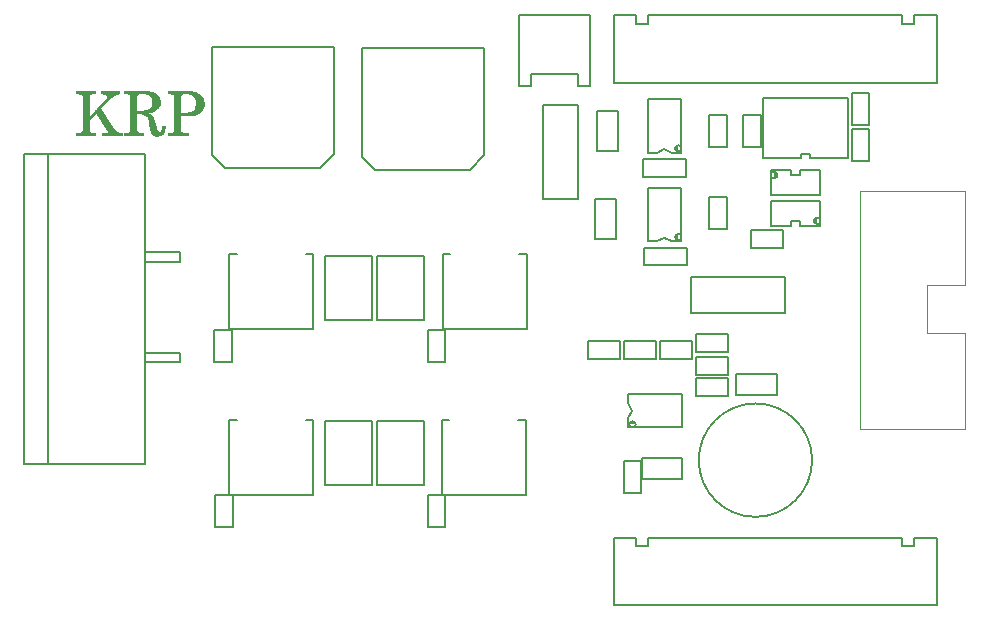
<source format=gto>
%FSLAX34Y34*%
%MOMM*%
G04 EasyPC Gerber Version 18.0.6 Build 3620 *
%ADD80C,0.02540*%
%ADD81C,0.10000*%
%ADD10C,0.12700*%
X0Y0D02*
D02*
D10*
X37875Y156890D02*
X57875D01*
Y418890*
X37875*
Y156890*
Y418890*
X139875*
Y335890*
X169875*
Y327890*
X139875*
Y250890*
X169875*
Y242890*
X139875*
Y156890*
X37875*
X139875Y238890D02*
Y335890D01*
X213415Y243350D02*
Y270430D01*
X198335*
Y243350*
X213415*
X214415Y103350D02*
Y130430D01*
X199335*
Y103350*
X214415*
X217665Y194040D02*
X211315D01*
Y130540*
X282435*
Y194040*
X276085*
X217665Y334040D02*
X211315D01*
Y270540*
X282435*
Y334040*
X276085*
X292625Y138890D02*
X332625D01*
Y192890*
X292625*
Y138890*
Y278890D02*
X332625D01*
Y332890*
X292625*
Y278890*
X299875Y418890D02*
Y509890D01*
X196875*
Y417890*
X207875Y406890*
X287875*
X299875Y418890*
X336625Y138890D02*
X376625D01*
Y192890*
X336625*
Y138890*
Y278890D02*
X376625D01*
Y332890*
X336625*
Y278890*
X379335Y130430D02*
Y103350D01*
X394415*
Y130430*
X379335*
Y270430D02*
Y243350D01*
X394415*
Y270430*
X379335*
X397665Y194040D02*
X391315D01*
Y130540*
X462435*
Y194040*
X456085*
X398665Y334040D02*
X392315D01*
Y270540*
X463435*
Y334040*
X457085*
X426875Y417890D02*
Y508890D01*
X323875*
Y416890*
X334875Y405890*
X414875*
X426875Y417890*
X456875Y476890D02*
X466875D01*
Y486890*
X506875*
Y476890*
X516875*
Y536890*
X456875*
Y476890*
X506875Y380640D02*
Y460640D01*
X476875*
Y380640*
X506875*
X515335Y245350D02*
X542415D01*
Y260430*
X515335*
Y245350*
X520835Y380930D02*
Y346850D01*
X538915*
Y380930*
X520835*
X522835Y455930D02*
Y421850D01*
X540915*
Y455930*
X522835*
X545335Y245350D02*
X572415D01*
Y260430*
X545335*
Y245350*
X549025Y216190D02*
X594725D01*
Y187590*
X549025*
Y195540*
X552200Y201890*
X549025Y208240*
Y216190*
X550165Y190250D02*
G75*
G03X555485I2660D01*
G01*
G75*
G03X550165I-2660*
G01*
G36*
G75*
G03X555485I2660*
G01*
G75*
G03X550165I-2660*
G01*
G37*
X560415Y132350D02*
Y159430D01*
X545335*
Y132350*
X560415*
X560835Y143850D02*
X594915D01*
Y161930*
X560835*
Y143850*
X565575Y345040D02*
Y390740D01*
X594175*
Y345040*
X586225*
X579875Y348215*
X573525Y345040*
X565575*
Y420040D02*
Y465740D01*
X594175*
Y420040*
X586225*
X579875Y423215*
X573525Y420040*
X565575*
X576335Y245350D02*
X603415D01*
Y260430*
X576335*
Y245350*
X591515Y346180D02*
G75*
G03Y351500J2660D01*
G01*
G75*
G03Y346180J-2660*
G01*
G36*
G75*
G03Y351500J2660*
G01*
G75*
G03Y346180J-2660*
G01*
G37*
Y421180D02*
G75*
G03Y426500J2660D01*
G01*
G75*
G03Y421180J-2660*
G01*
G36*
G75*
G03Y426500J2660*
G01*
G75*
G03Y421180J-2660*
G01*
G37*
X597875Y414890D02*
X561875D01*
Y399890*
X597875*
Y414890*
X598875Y339890D02*
X562875D01*
Y324890*
X598875*
Y339890*
X606335Y214350D02*
X633415D01*
Y229430*
X606335*
Y214350*
Y232350D02*
X633415D01*
Y247430*
X606335*
Y232350*
Y251350D02*
X633415D01*
Y266430*
X606335*
Y251350*
X632415Y355350D02*
Y382430D01*
X617335*
Y355350*
X632415*
Y425350D02*
Y452430D01*
X617335*
Y425350*
X632415*
X656875Y207890D02*
G75*
G03Y111890J-48000D01*
G01*
G75*
G03Y207890J48000*
G01*
X661415Y425350D02*
Y452430D01*
X646335*
Y425350*
X661415*
X663475Y415590D02*
Y466290D01*
X734875*
Y415590*
X702925*
Y419340*
X695425*
Y415590*
X663475*
X669875Y358540D02*
Y379240D01*
X711875*
Y358540*
X694625*
Y362290*
X687125*
Y358540*
X669875*
X672675Y404040D02*
G75*
G03Y398440J-2800D01*
G01*
G75*
G03Y404040J2800*
G01*
G36*
G75*
G03Y398440J-2800*
G01*
G75*
G03Y404040J2800*
G01*
G37*
X674915Y232930D02*
X640835D01*
Y214850*
X674915*
Y232930*
X680415Y354430D02*
X653335D01*
Y339350*
X680415*
Y354430*
X682125Y314890D02*
X602125D01*
Y284890*
X682125*
Y314890*
X709075Y359740D02*
G75*
G03Y365340J2800D01*
G01*
G75*
G03Y359740J-2800*
G01*
G36*
G75*
G03Y365340J2800*
G01*
G75*
G03Y359740J-2800*
G01*
G37*
X711875Y405240D02*
Y384540D01*
X669875*
Y405240*
X687125*
Y401490*
X694625*
Y405240*
X711875*
X738335Y440430D02*
Y413350D01*
X753415*
Y440430*
X738335*
X753415Y443350D02*
Y470430D01*
X738335*
Y443350*
X753415*
X810875Y36890D02*
X536875D01*
Y94390*
X555875*
Y86890*
X565875*
Y94390*
X780875*
Y86890*
X790875*
Y94390*
X810875*
Y36890*
Y479390D02*
X536875D01*
Y536890*
X555875*
Y529390*
X565875*
Y536890*
X780875*
Y529390*
X790875*
Y536890*
X810875*
Y479390*
D02*
D80*
X81735Y472250D02*
X97855D01*
Y470390*
X94755*
X92895Y469770*
X92275Y467910*
Y449930*
X107775Y466050*
Y468530*
X106535Y469770*
X104055Y470390*
X102815*
Y472250*
X118315*
Y470390*
X117075*
X113975Y469150*
X110255Y466670*
X101575Y457990*
X113975Y439390*
X116455Y437530*
X118935Y436910*
X120175*
Y435050*
X103435*
Y436910*
X105295*
X107155*
X108395*
X109015Y438150*
X108395Y438770*
X98475Y454270*
X92275Y448070*
Y438770*
X92895Y437530*
X94755Y436910*
X97855*
Y435050*
X81735*
Y436910*
X84835*
X86695Y437530*
X87315Y438770*
Y468530*
X86695Y469770*
X84215Y470390*
X81735*
Y472250*
X122035D02*
X140635D01*
X145595Y471630*
X149315Y469770*
X151795Y466670*
X152415Y462950*
Y461090*
X151175Y458610*
X149315Y457370*
X147455Y455510*
X144355Y454890*
X140015Y454270*
X143115Y453030*
X144975Y452410*
X146835Y449930*
X147455Y447450*
X148695Y443730*
X149315Y440630*
X150555Y438770*
X151175Y437530*
X151795*
X153035*
X153655Y438770*
X154275Y440630*
X154895Y443110*
X156755*
X156135Y439390*
X154895Y436290*
X153035Y435050*
X149935Y434430*
X146835Y435050*
X144975Y438150*
X144355Y440630*
X143735Y445590*
X143115Y448690*
X142495Y450550*
X140015Y452410*
X135675Y453650*
X132575*
Y438770*
X133195Y437530*
X135055Y436910*
X138155*
Y435050*
X122035*
Y436910*
X125135*
X126995Y437530*
X127615Y438770*
Y468530*
X126995Y469770*
X125135Y470390*
X122035*
Y472250*
X132575Y455510D02*
X136915D01*
X140635Y456130*
X143735Y457370*
X145595Y459230*
X146215Y462950*
X145595Y467290*
X143115Y469770*
X140635Y470390*
X136915*
X134435*
X133195Y469770*
X132575Y468530*
Y455510*
X159235Y472250D02*
X177215D01*
X182795Y471630*
X186515Y469150*
X188995Y466050*
X189615Y461710*
X188995Y457990*
X186515Y454890*
X182175Y452410*
X176595Y451790*
X169775*
Y438770*
X170395Y437530*
X172255Y436910*
X176595*
Y435050*
X159235*
Y436910*
X162955*
X164195Y437530*
X164815Y438770*
Y467910*
X164195Y469770*
X161715Y470390*
X159235*
Y472250*
X169775Y453650D02*
X174735D01*
X178455Y454270*
X181555Y455510*
X182795Y457990*
X183415Y462330*
Y464810*
X182795Y466670*
X179695Y469770*
X177215Y470390*
X174115*
X171635*
X170395Y469770*
X169775Y467910*
Y453650*
X149085Y434600D02*
X150785D01*
X147895Y434838D02*
X151975D01*
X81735Y435076D02*
X97855D01*
X103435D02*
X120175D01*
X122035D02*
X138155D01*
X146819D02*
X153074D01*
X159235D02*
X176595D01*
X81735Y435314D02*
X97855D01*
X103435D02*
X120175D01*
X122035D02*
X138155D01*
X146677D02*
X153431D01*
X159235D02*
X176595D01*
X81735Y435552D02*
X97855D01*
X103435D02*
X120175D01*
X122035D02*
X138155D01*
X146534D02*
X153788D01*
X159235D02*
X176595D01*
X81735Y435790D02*
X97855D01*
X103435D02*
X120175D01*
X122035D02*
X138155D01*
X146391D02*
X154145D01*
X159235D02*
X176595D01*
X81735Y436028D02*
X97855D01*
X103435D02*
X120175D01*
X122035D02*
X138155D01*
X146248D02*
X154502D01*
X159235D02*
X176595D01*
X81735Y436266D02*
X97855D01*
X103435D02*
X120175D01*
X122035D02*
X138155D01*
X146105D02*
X154859D01*
X159235D02*
X176595D01*
X81735Y436504D02*
X97855D01*
X103435D02*
X120175D01*
X122035D02*
X138155D01*
X145963D02*
X154981D01*
X159235D02*
X176595D01*
X81735Y436742D02*
X97855D01*
X103435D02*
X120175D01*
X122035D02*
X138155D01*
X145820D02*
X155076D01*
X159235D02*
X176595D01*
X85045Y436980D02*
X94545D01*
X108430D02*
X118655D01*
X125345D02*
X134845D01*
X145677D02*
X155171D01*
X163095D02*
X172045D01*
X85759Y437218D02*
X93831D01*
X108549D02*
X117703D01*
X126059D02*
X134131D01*
X145534D02*
X155266D01*
X163571D02*
X171331D01*
X86473Y437456D02*
X93117D01*
X108668D02*
X116751D01*
X126773D02*
X133417D01*
X145391D02*
X155361D01*
X164047D02*
X170617D01*
X86777Y437694D02*
X92813D01*
X108787D02*
X116236D01*
X127077D02*
X133113D01*
X145249D02*
X151093D01*
X153117D02*
X155457D01*
X164277D02*
X170313D01*
X86896Y437932D02*
X92694D01*
X108906D02*
X115919D01*
X127196D02*
X132994D01*
X145106D02*
X150974D01*
X153236D02*
X155552D01*
X164396D02*
X170194D01*
X87015Y438170D02*
X92575D01*
X108995D02*
X115602D01*
X127315D02*
X132875D01*
X144970D02*
X150855D01*
X153355D02*
X155647D01*
X164515D02*
X170075D01*
X87134Y438408D02*
X92456D01*
X108757D02*
X115284D01*
X127434D02*
X132756D01*
X144910D02*
X150736D01*
X153474D02*
X155742D01*
X164634D02*
X169956D01*
X87253Y438646D02*
X92337D01*
X108519D02*
X114967D01*
X127553D02*
X132637D01*
X144851D02*
X150617D01*
X153593D02*
X155837D01*
X164753D02*
X169837D01*
X87315Y438884D02*
X92275D01*
X108322D02*
X114650D01*
X127615D02*
X132575D01*
X144791D02*
X150479D01*
X153693D02*
X155933D01*
X164815D02*
X169775D01*
X87315Y439122D02*
X92275D01*
X108170D02*
X114332D01*
X127615D02*
X132575D01*
X144732D02*
X150320D01*
X153772D02*
X156028D01*
X164815D02*
X169775D01*
X87315Y439360D02*
X92275D01*
X108017D02*
X114015D01*
X127615D02*
X132575D01*
X144672D02*
X150162D01*
X153852D02*
X156123D01*
X164815D02*
X169775D01*
X87315Y439598D02*
X92275D01*
X107865D02*
X113836D01*
X127615D02*
X132575D01*
X144613D02*
X150003D01*
X153931D02*
X156170D01*
X164815D02*
X169775D01*
X87315Y439836D02*
X92275D01*
X107713D02*
X113678D01*
X127615D02*
X132575D01*
X144553D02*
X149844D01*
X154010D02*
X156209D01*
X164815D02*
X169775D01*
X87315Y440074D02*
X92275D01*
X107560D02*
X113519D01*
X127615D02*
X132575D01*
X144494D02*
X149686D01*
X154090D02*
X156249D01*
X164815D02*
X169775D01*
X87315Y440312D02*
X92275D01*
X107408D02*
X113360D01*
X127615D02*
X132575D01*
X144434D02*
X149527D01*
X154169D02*
X156289D01*
X164815D02*
X169775D01*
X87315Y440550D02*
X92275D01*
X107256D02*
X113202D01*
X127615D02*
X132575D01*
X144375D02*
X149368D01*
X154248D02*
X156328D01*
X164815D02*
X169775D01*
X87315Y440788D02*
X92275D01*
X107103D02*
X113043D01*
X127615D02*
X132575D01*
X144335D02*
X149283D01*
X154315D02*
X156368D01*
X164815D02*
X169775D01*
X87315Y441026D02*
X92275D01*
X106951D02*
X112884D01*
X127615D02*
X132575D01*
X144305D02*
X149236D01*
X154374D02*
X156408D01*
X164815D02*
X169775D01*
X87315Y441264D02*
X92275D01*
X106799D02*
X112726D01*
X127615D02*
X132575D01*
X144276D02*
X149188D01*
X154434D02*
X156447D01*
X164815D02*
X169775D01*
X87315Y441502D02*
X92275D01*
X106647D02*
X112567D01*
X127615D02*
X132575D01*
X144246D02*
X149141D01*
X154493D02*
X156487D01*
X164815D02*
X169775D01*
X87315Y441740D02*
X92275D01*
X106494D02*
X112408D01*
X127615D02*
X132575D01*
X144216D02*
X149093D01*
X154553D02*
X156527D01*
X164815D02*
X169775D01*
X87315Y441978D02*
X92275D01*
X106342D02*
X112250D01*
X127615D02*
X132575D01*
X144186D02*
X149045D01*
X154612D02*
X156566D01*
X164815D02*
X169775D01*
X87315Y442216D02*
X92275D01*
X106190D02*
X112091D01*
X127615D02*
X132575D01*
X144157D02*
X148998D01*
X154672D02*
X156606D01*
X164815D02*
X169775D01*
X87315Y442454D02*
X92275D01*
X106037D02*
X111932D01*
X127615D02*
X132575D01*
X144127D02*
X148950D01*
X154731D02*
X156646D01*
X164815D02*
X169775D01*
X87315Y442692D02*
X92275D01*
X105885D02*
X111774D01*
X127615D02*
X132575D01*
X144097D02*
X148903D01*
X154791D02*
X156685D01*
X164815D02*
X169775D01*
X87315Y442930D02*
X92275D01*
X105733D02*
X111615D01*
X127615D02*
X132575D01*
X144067D02*
X148855D01*
X154850D02*
X156725D01*
X164815D02*
X169775D01*
X87315Y443168D02*
X92275D01*
X105580D02*
X111456D01*
X127615D02*
X132575D01*
X144038D02*
X148807D01*
X164815D02*
X169775D01*
X87315Y443406D02*
X92275D01*
X105428D02*
X111298D01*
X127615D02*
X132575D01*
X144008D02*
X148760D01*
X164815D02*
X169775D01*
X87315Y443644D02*
X92275D01*
X105276D02*
X111139D01*
X127615D02*
X132575D01*
X143978D02*
X148712D01*
X164815D02*
X169775D01*
X87315Y443882D02*
X92275D01*
X105123D02*
X110980D01*
X127615D02*
X132575D01*
X143948D02*
X148644D01*
X164815D02*
X169775D01*
X87315Y444120D02*
X92275D01*
X104971D02*
X110822D01*
X127615D02*
X132575D01*
X143919D02*
X148565D01*
X164815D02*
X169775D01*
X87315Y444358D02*
X92275D01*
X104819D02*
X110663D01*
X127615D02*
X132575D01*
X143889D02*
X148486D01*
X164815D02*
X169775D01*
X87315Y444596D02*
X92275D01*
X104666D02*
X110504D01*
X127615D02*
X132575D01*
X143859D02*
X148406D01*
X164815D02*
X169775D01*
X87315Y444834D02*
X92275D01*
X104514D02*
X110346D01*
X127615D02*
X132575D01*
X143829D02*
X148327D01*
X164815D02*
X169775D01*
X87315Y445072D02*
X92275D01*
X104362D02*
X110187D01*
X127615D02*
X132575D01*
X143800D02*
X148248D01*
X164815D02*
X169775D01*
X87315Y445310D02*
X92275D01*
X104209D02*
X110028D01*
X127615D02*
X132575D01*
X143770D02*
X148168D01*
X164815D02*
X169775D01*
X87315Y445548D02*
X92275D01*
X104057D02*
X109870D01*
X127615D02*
X132575D01*
X143740D02*
X148089D01*
X164815D02*
X169775D01*
X87315Y445786D02*
X92275D01*
X103905D02*
X109711D01*
X127615D02*
X132575D01*
X143696D02*
X148010D01*
X164815D02*
X169775D01*
X87315Y446024D02*
X92275D01*
X103752D02*
X109552D01*
X127615D02*
X132575D01*
X143648D02*
X147930D01*
X164815D02*
X169775D01*
X87315Y446262D02*
X92275D01*
X103600D02*
X109394D01*
X127615D02*
X132575D01*
X143601D02*
X147851D01*
X164815D02*
X169775D01*
X87315Y446500D02*
X92275D01*
X103448D02*
X109235D01*
X127615D02*
X132575D01*
X143553D02*
X147772D01*
X164815D02*
X169775D01*
X87315Y446738D02*
X92275D01*
X103295D02*
X109076D01*
X127615D02*
X132575D01*
X143505D02*
X147692D01*
X164815D02*
X169775D01*
X87315Y446976D02*
X92275D01*
X103143D02*
X108918D01*
X127615D02*
X132575D01*
X143458D02*
X147613D01*
X164815D02*
X169775D01*
X87315Y447214D02*
X92275D01*
X102991D02*
X108759D01*
X127615D02*
X132575D01*
X143410D02*
X147534D01*
X164815D02*
X169775D01*
X87315Y447452D02*
X92275D01*
X102839D02*
X108600D01*
X127615D02*
X132575D01*
X143363D02*
X147455D01*
X164815D02*
X169775D01*
X87315Y447690D02*
X92275D01*
X102686D02*
X108442D01*
X127615D02*
X132575D01*
X143315D02*
X147395D01*
X164815D02*
X169775D01*
X87315Y447928D02*
X92275D01*
X102534D02*
X108283D01*
X127615D02*
X132575D01*
X143267D02*
X147336D01*
X164815D02*
X169775D01*
X87315Y448166D02*
X92371D01*
X102382D02*
X108124D01*
X127615D02*
X132575D01*
X143220D02*
X147276D01*
X164815D02*
X169775D01*
X87315Y448404D02*
X92609D01*
X102229D02*
X107966D01*
X127615D02*
X132575D01*
X143172D02*
X147217D01*
X164815D02*
X169775D01*
X87315Y448642D02*
X92847D01*
X102077D02*
X107807D01*
X127615D02*
X132575D01*
X143125D02*
X147157D01*
X164815D02*
X169775D01*
X87315Y448880D02*
X93085D01*
X101925D02*
X107648D01*
X127615D02*
X132575D01*
X143052D02*
X147098D01*
X164815D02*
X169775D01*
X87315Y449118D02*
X93323D01*
X101772D02*
X107490D01*
X127615D02*
X132575D01*
X142972D02*
X147038D01*
X164815D02*
X169775D01*
X87315Y449356D02*
X93561D01*
X101620D02*
X107331D01*
X127615D02*
X132575D01*
X142893D02*
X146979D01*
X164815D02*
X169775D01*
X87315Y449594D02*
X93799D01*
X101468D02*
X107172D01*
X127615D02*
X132575D01*
X142814D02*
X146919D01*
X164815D02*
X169775D01*
X87315Y449832D02*
X94037D01*
X101315D02*
X107014D01*
X127615D02*
X132575D01*
X142734D02*
X146860D01*
X164815D02*
X169775D01*
X87315Y450070D02*
X92275D01*
X92410D02*
X94275D01*
X101163D02*
X106855D01*
X127615D02*
X132575D01*
X142655D02*
X146730D01*
X164815D02*
X169775D01*
X87315Y450308D02*
X92275D01*
X92638D02*
X94513D01*
X101011D02*
X106696D01*
X127615D02*
X132575D01*
X142576D02*
X146552D01*
X164815D02*
X169775D01*
X87315Y450546D02*
X92275D01*
X92867D02*
X94751D01*
X100858D02*
X106538D01*
X127615D02*
X132575D01*
X142500D02*
X146373D01*
X164815D02*
X169775D01*
X87315Y450784D02*
X92275D01*
X93096D02*
X94989D01*
X100706D02*
X106379D01*
X127615D02*
X132575D01*
X142183D02*
X146195D01*
X164815D02*
X169775D01*
X87315Y451022D02*
X92275D01*
X93325D02*
X95227D01*
X100554D02*
X106220D01*
X127615D02*
X132575D01*
X141866D02*
X146016D01*
X164815D02*
X169775D01*
X87315Y451260D02*
X92275D01*
X93554D02*
X95465D01*
X100401D02*
X106062D01*
X127615D02*
X132575D01*
X141548D02*
X145838D01*
X164815D02*
X169775D01*
X87315Y451498D02*
X92275D01*
X93783D02*
X95703D01*
X100249D02*
X105903D01*
X127615D02*
X132575D01*
X141231D02*
X145659D01*
X164815D02*
X169775D01*
X87315Y451736D02*
X92275D01*
X94012D02*
X95941D01*
X100097D02*
X105744D01*
X127615D02*
X132575D01*
X140914D02*
X145481D01*
X164815D02*
X169775D01*
X87315Y451974D02*
X92275D01*
X94240D02*
X96179D01*
X99944D02*
X105586D01*
X127615D02*
X132575D01*
X140596D02*
X145302D01*
X164815D02*
X178251D01*
X87315Y452212D02*
X92275D01*
X94469D02*
X96417D01*
X99792D02*
X105427D01*
X127615D02*
X132575D01*
X140279D02*
X145124D01*
X164815D02*
X180393D01*
X87315Y452450D02*
X92275D01*
X94698D02*
X96655D01*
X99640D02*
X105268D01*
X127615D02*
X132575D01*
X139875D02*
X144855D01*
X164815D02*
X182245D01*
X87315Y452688D02*
X92275D01*
X94927D02*
X96893D01*
X99487D02*
X105110D01*
X127615D02*
X132575D01*
X139042D02*
X144141D01*
X164815D02*
X182661D01*
X87315Y452926D02*
X92275D01*
X95156D02*
X97131D01*
X99335D02*
X104951D01*
X127615D02*
X132575D01*
X138209D02*
X143427D01*
X164815D02*
X183078D01*
X87315Y453164D02*
X92275D01*
X95385D02*
X97369D01*
X99183D02*
X104792D01*
X127615D02*
X132575D01*
X137376D02*
X142780D01*
X164815D02*
X183494D01*
X87315Y453402D02*
X92275D01*
X95613D02*
X97607D01*
X99031D02*
X104634D01*
X127615D02*
X132575D01*
X136543D02*
X142185D01*
X164815D02*
X183911D01*
X87315Y453640D02*
X92275D01*
X95842D02*
X97845D01*
X98878D02*
X104475D01*
X127615D02*
X132575D01*
X135710D02*
X141590D01*
X164815D02*
X184327D01*
X87315Y453878D02*
X92275D01*
X96071D02*
X98083D01*
X98726D02*
X104316D01*
X127615D02*
X140995D01*
X164815D02*
X169775D01*
X176103D02*
X184744D01*
X87315Y454116D02*
X92275D01*
X96300D02*
X98321D01*
X98574D02*
X104158D01*
X127615D02*
X140400D01*
X164815D02*
X169775D01*
X177531D02*
X185160D01*
X87315Y454354D02*
X92275D01*
X96529D02*
X103999D01*
X127615D02*
X140603D01*
X164815D02*
X169775D01*
X178665D02*
X185577D01*
X87315Y454592D02*
X92275D01*
X96758D02*
X103840D01*
X127615D02*
X142269D01*
X164815D02*
X169775D01*
X179260D02*
X185993D01*
X87315Y454830D02*
X92275D01*
X96987D02*
X103682D01*
X127615D02*
X143935D01*
X164815D02*
X169775D01*
X179855D02*
X186410D01*
X87315Y455068D02*
X92275D01*
X97215D02*
X103523D01*
X127615D02*
X145245D01*
X164815D02*
X169775D01*
X180450D02*
X186657D01*
X87315Y455306D02*
X92275D01*
X97444D02*
X103364D01*
X127615D02*
X146435D01*
X164815D02*
X169775D01*
X181045D02*
X186848D01*
X87315Y455544D02*
X92275D01*
X97673D02*
X103206D01*
X127615D02*
X132575D01*
X137119D02*
X147489D01*
X164815D02*
X169775D01*
X181572D02*
X187038D01*
X87315Y455782D02*
X92275D01*
X97902D02*
X103047D01*
X127615D02*
X132575D01*
X138547D02*
X147727D01*
X164815D02*
X169775D01*
X181691D02*
X187229D01*
X87315Y456020D02*
X92275D01*
X98131D02*
X102888D01*
X127615D02*
X132575D01*
X139975D02*
X147965D01*
X164815D02*
X169775D01*
X181810D02*
X187419D01*
X87315Y456258D02*
X92275D01*
X98360D02*
X102730D01*
X127615D02*
X132575D01*
X140955D02*
X148203D01*
X164815D02*
X169775D01*
X181929D02*
X187609D01*
X87315Y456496D02*
X92275D01*
X98588D02*
X102571D01*
X127615D02*
X132575D01*
X141550D02*
X148441D01*
X164815D02*
X169775D01*
X182048D02*
X187800D01*
X87315Y456734D02*
X92275D01*
X98817D02*
X102412D01*
X127615D02*
X132575D01*
X142145D02*
X148679D01*
X164815D02*
X169775D01*
X182167D02*
X187990D01*
X87315Y456972D02*
X92275D01*
X99046D02*
X102254D01*
X127615D02*
X132575D01*
X142740D02*
X148917D01*
X164815D02*
X169775D01*
X182286D02*
X188181D01*
X87315Y457210D02*
X92275D01*
X99275D02*
X102095D01*
X127615D02*
X132575D01*
X143335D02*
X149155D01*
X164815D02*
X169775D01*
X182405D02*
X188371D01*
X87315Y457448D02*
X92275D01*
X99504D02*
X101936D01*
X127615D02*
X132575D01*
X143813D02*
X149432D01*
X164815D02*
X169775D01*
X182524D02*
X188561D01*
X87315Y457686D02*
X92275D01*
X99733D02*
X101778D01*
X127615D02*
X132575D01*
X144051D02*
X149789D01*
X164815D02*
X169775D01*
X182643D02*
X188752D01*
X87315Y457924D02*
X92275D01*
X99962D02*
X101619D01*
X127615D02*
X132575D01*
X144289D02*
X150146D01*
X164815D02*
X169775D01*
X182762D02*
X188942D01*
X87315Y458162D02*
X92275D01*
X100190D02*
X101747D01*
X127615D02*
X132575D01*
X144527D02*
X150503D01*
X164815D02*
X169775D01*
X182820D02*
X189024D01*
X87315Y458400D02*
X92275D01*
X100419D02*
X101985D01*
X127615D02*
X132575D01*
X144765D02*
X150860D01*
X164815D02*
X169775D01*
X182854D02*
X189063D01*
X87315Y458638D02*
X92275D01*
X100648D02*
X102223D01*
X127615D02*
X132575D01*
X145003D02*
X151189D01*
X164815D02*
X169775D01*
X182888D02*
X189103D01*
X87315Y458876D02*
X92275D01*
X100877D02*
X102461D01*
X127615D02*
X132575D01*
X145241D02*
X151308D01*
X164815D02*
X169775D01*
X182922D02*
X189143D01*
X87315Y459114D02*
X92275D01*
X101106D02*
X102699D01*
X127615D02*
X132575D01*
X145479D02*
X151427D01*
X164815D02*
X169775D01*
X182956D02*
X189182D01*
X87315Y459352D02*
X92275D01*
X101335D02*
X102937D01*
X127615D02*
X132575D01*
X145615D02*
X151546D01*
X164815D02*
X169775D01*
X182990D02*
X189222D01*
X87315Y459590D02*
X92275D01*
X101563D02*
X103175D01*
X127615D02*
X132575D01*
X145655D02*
X151665D01*
X164815D02*
X169775D01*
X183024D02*
X189262D01*
X87315Y459828D02*
X92275D01*
X101792D02*
X103413D01*
X127615D02*
X132575D01*
X145695D02*
X151784D01*
X164815D02*
X169775D01*
X183058D02*
X189301D01*
X87315Y460066D02*
X92275D01*
X102021D02*
X103651D01*
X127615D02*
X132575D01*
X145734D02*
X151903D01*
X164815D02*
X169775D01*
X183092D02*
X189341D01*
X87315Y460304D02*
X92275D01*
X102250D02*
X103889D01*
X127615D02*
X132575D01*
X145774D02*
X152022D01*
X164815D02*
X169775D01*
X183126D02*
X189381D01*
X87315Y460542D02*
X92275D01*
X102479D02*
X104127D01*
X127615D02*
X132575D01*
X145814D02*
X152141D01*
X164815D02*
X169775D01*
X183160D02*
X189420D01*
X87315Y460780D02*
X92275D01*
X102708D02*
X104365D01*
X127615D02*
X132575D01*
X145853D02*
X152260D01*
X164815D02*
X169775D01*
X183194D02*
X189460D01*
X87315Y461018D02*
X92275D01*
X102937D02*
X104603D01*
X127615D02*
X132575D01*
X145893D02*
X152379D01*
X164815D02*
X169775D01*
X183228D02*
X189500D01*
X87315Y461256D02*
X92275D01*
X103165D02*
X104841D01*
X127615D02*
X132575D01*
X145933D02*
X152415D01*
X164815D02*
X169775D01*
X183262D02*
X189539D01*
X87315Y461494D02*
X92275D01*
X103394D02*
X105079D01*
X127615D02*
X132575D01*
X145972D02*
X152415D01*
X164815D02*
X169775D01*
X183296D02*
X189579D01*
X87315Y461732D02*
X92275D01*
X103623D02*
X105317D01*
X127615D02*
X132575D01*
X146012D02*
X152415D01*
X164815D02*
X169775D01*
X183330D02*
X189612D01*
X87315Y461970D02*
X92275D01*
X103852D02*
X105555D01*
X127615D02*
X132575D01*
X146052D02*
X152415D01*
X164815D02*
X169775D01*
X183364D02*
X189578D01*
X87315Y462208D02*
X92275D01*
X104081D02*
X105793D01*
X127615D02*
X132575D01*
X146091D02*
X152415D01*
X164815D02*
X169775D01*
X183398D02*
X189544D01*
X87315Y462446D02*
X92275D01*
X104310D02*
X106031D01*
X127615D02*
X132575D01*
X146131D02*
X152415D01*
X164815D02*
X169775D01*
X183415D02*
X189510D01*
X87315Y462684D02*
X92275D01*
X104538D02*
X106269D01*
X127615D02*
X132575D01*
X146171D02*
X152415D01*
X164815D02*
X169775D01*
X183415D02*
X189476D01*
X87315Y462922D02*
X92275D01*
X104767D02*
X106507D01*
X127615D02*
X132575D01*
X146210D02*
X152415D01*
X164815D02*
X169775D01*
X183415D02*
X189442D01*
X87315Y463160D02*
X92275D01*
X104996D02*
X106745D01*
X127615D02*
X132575D01*
X146185D02*
X152380D01*
X164815D02*
X169775D01*
X183415D02*
X189408D01*
X87315Y463398D02*
X92275D01*
X105225D02*
X106983D01*
X127615D02*
X132575D01*
X146151D02*
X152340D01*
X164815D02*
X169775D01*
X183415D02*
X189374D01*
X87315Y463636D02*
X92275D01*
X105454D02*
X107221D01*
X127615D02*
X132575D01*
X146117D02*
X152301D01*
X164815D02*
X169775D01*
X183415D02*
X189340D01*
X87315Y463874D02*
X92275D01*
X105683D02*
X107459D01*
X127615D02*
X132575D01*
X146083D02*
X152261D01*
X164815D02*
X169775D01*
X183415D02*
X189306D01*
X87315Y464112D02*
X92275D01*
X105912D02*
X107697D01*
X127615D02*
X132575D01*
X146049D02*
X152221D01*
X164815D02*
X169775D01*
X183415D02*
X189272D01*
X87315Y464350D02*
X92275D01*
X106140D02*
X107935D01*
X127615D02*
X132575D01*
X146015D02*
X152182D01*
X164815D02*
X169775D01*
X183415D02*
X189238D01*
X87315Y464588D02*
X92275D01*
X106369D02*
X108173D01*
X127615D02*
X132575D01*
X145981D02*
X152142D01*
X164815D02*
X169775D01*
X183415D02*
X189204D01*
X87315Y464826D02*
X92275D01*
X106598D02*
X108411D01*
X127615D02*
X132575D01*
X145947D02*
X152102D01*
X164815D02*
X169775D01*
X183410D02*
X189170D01*
X87315Y465064D02*
X92275D01*
X106827D02*
X108649D01*
X127615D02*
X132575D01*
X145913D02*
X152063D01*
X164815D02*
X169775D01*
X183330D02*
X189136D01*
X87315Y465302D02*
X92275D01*
X107056D02*
X108887D01*
X127615D02*
X132575D01*
X145879D02*
X152023D01*
X164815D02*
X169775D01*
X183251D02*
X189102D01*
X87315Y465540D02*
X92275D01*
X107285D02*
X109125D01*
X127615D02*
X132575D01*
X145845D02*
X151983D01*
X164815D02*
X169775D01*
X183172D02*
X189068D01*
X87315Y465778D02*
X92275D01*
X107513D02*
X109363D01*
X127615D02*
X132575D01*
X145811D02*
X151944D01*
X164815D02*
X169775D01*
X183092D02*
X189034D01*
X87315Y466016D02*
X92275D01*
X107742D02*
X109601D01*
X127615D02*
X132575D01*
X145777D02*
X151904D01*
X164815D02*
X169775D01*
X183013D02*
X189000D01*
X87315Y466254D02*
X92275D01*
X107775D02*
X109839D01*
X127615D02*
X132575D01*
X145743D02*
X151864D01*
X164815D02*
X169775D01*
X182934D02*
X188832D01*
X87315Y466492D02*
X92275D01*
X107775D02*
X110077D01*
X127615D02*
X132575D01*
X145709D02*
X151825D01*
X164815D02*
X169775D01*
X182854D02*
X188641D01*
X87315Y466730D02*
X92275D01*
X107775D02*
X110345D01*
X127615D02*
X132575D01*
X145675D02*
X151747D01*
X164815D02*
X169775D01*
X182735D02*
X188451D01*
X87315Y466968D02*
X92275D01*
X107775D02*
X110702D01*
X127615D02*
X132575D01*
X145641D02*
X151557D01*
X164815D02*
X169775D01*
X182497D02*
X188261D01*
X87315Y467206D02*
X92275D01*
X107775D02*
X111059D01*
X127615D02*
X132575D01*
X145607D02*
X151366D01*
X164815D02*
X169775D01*
X182259D02*
X188070D01*
X87315Y467444D02*
X92275D01*
X107775D02*
X111416D01*
X127615D02*
X132575D01*
X145441D02*
X151176D01*
X164815D02*
X169775D01*
X182021D02*
X187880D01*
X87315Y467682D02*
X92275D01*
X107775D02*
X111773D01*
X127615D02*
X132575D01*
X145203D02*
X150985D01*
X164815D02*
X169775D01*
X181783D02*
X187689D01*
X87315Y467920D02*
X92278D01*
X107775D02*
X112130D01*
X127615D02*
X132575D01*
X144965D02*
X150795D01*
X164812D02*
X169778D01*
X181545D02*
X187499D01*
X87315Y468158D02*
X92358D01*
X107775D02*
X112487D01*
X127615D02*
X132575D01*
X144727D02*
X150605D01*
X164732D02*
X169858D01*
X181307D02*
X187309D01*
X87315Y468396D02*
X92437D01*
X107775D02*
X112844D01*
X127615D02*
X132575D01*
X144489D02*
X150414D01*
X164653D02*
X169937D01*
X181069D02*
X187118D01*
X87263Y468634D02*
X92516D01*
X107671D02*
X113201D01*
X127563D02*
X132627D01*
X144251D02*
X150224D01*
X164574D02*
X170016D01*
X180831D02*
X186928D01*
X87144Y468872D02*
X92596D01*
X107433D02*
X113558D01*
X127444D02*
X132746D01*
X144013D02*
X150033D01*
X164494D02*
X170096D01*
X180593D02*
X186737D01*
X87025Y469110D02*
X92675D01*
X107195D02*
X113915D01*
X127325D02*
X132865D01*
X143775D02*
X149843D01*
X164415D02*
X170175D01*
X180355D02*
X186547D01*
X86906Y469348D02*
X92754D01*
X106957D02*
X114470D01*
X127206D02*
X132984D01*
X143537D02*
X149653D01*
X164336D02*
X170254D01*
X180117D02*
X186218D01*
X86787Y469586D02*
X92834D01*
X106719D02*
X115065D01*
X127087D02*
X133103D01*
X143299D02*
X149462D01*
X164256D02*
X170334D01*
X179879D02*
X185861D01*
X86479Y469824D02*
X93057D01*
X106319D02*
X115660D01*
X126833D02*
X133303D01*
X142899D02*
X149207D01*
X163979D02*
X170503D01*
X179479D02*
X185504D01*
X85527Y470062D02*
X93771D01*
X105367D02*
X116255D01*
X126119D02*
X133779D01*
X141947D02*
X148731D01*
X163027D02*
X170979D01*
X178527D02*
X185147D01*
X84575Y470300D02*
X94485D01*
X104415D02*
X116850D01*
X125405D02*
X134255D01*
X140995D02*
X148255D01*
X162075D02*
X171455D01*
X177575D02*
X184790D01*
X81735Y470538D02*
X97855D01*
X102815D02*
X118315D01*
X122035D02*
X147779D01*
X159235D02*
X184433D01*
X81735Y470776D02*
X97855D01*
X102815D02*
X118315D01*
X122035D02*
X147303D01*
X159235D02*
X184076D01*
X81735Y471014D02*
X97855D01*
X102815D02*
X118315D01*
X122035D02*
X146827D01*
X159235D02*
X183719D01*
X81735Y471252D02*
X97855D01*
X102815D02*
X118315D01*
X122035D02*
X146351D01*
X159235D02*
X183362D01*
X81735Y471490D02*
X97855D01*
X102815D02*
X118315D01*
X122035D02*
X145875D01*
X159235D02*
X183005D01*
X81735Y471728D02*
X97855D01*
X102815D02*
X118315D01*
X122035D02*
X144811D01*
X159235D02*
X181913D01*
X81735Y471966D02*
X97855D01*
X102815D02*
X118315D01*
X122035D02*
X142907D01*
X159235D02*
X179771D01*
X81735Y472204D02*
X97855D01*
X102815D02*
X118315D01*
X122035D02*
X141003D01*
X159235D02*
X177629D01*
D02*
D81*
X745625Y388140D02*
X834625D01*
Y307890*
X802375*
Y267890*
X834625*
Y186140*
X745625*
Y388140*
X0Y0D02*
M02*

</source>
